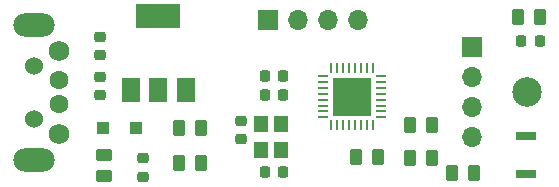
<source format=gbr>
G04 #@! TF.GenerationSoftware,KiCad,Pcbnew,6.0.4+dfsg-1*
G04 #@! TF.CreationDate,2022-03-26T10:07:46-04:00*
G04 #@! TF.ProjectId,PortaNet,506f7274-614e-4657-942e-6b696361645f,rev?*
G04 #@! TF.SameCoordinates,Original*
G04 #@! TF.FileFunction,Soldermask,Top*
G04 #@! TF.FilePolarity,Negative*
%FSLAX46Y46*%
G04 Gerber Fmt 4.6, Leading zero omitted, Abs format (unit mm)*
G04 Created by KiCad (PCBNEW 6.0.4+dfsg-1) date 2022-03-26 10:07:46*
%MOMM*%
%LPD*%
G01*
G04 APERTURE LIST*
G04 Aperture macros list*
%AMRoundRect*
0 Rectangle with rounded corners*
0 $1 Rounding radius*
0 $2 $3 $4 $5 $6 $7 $8 $9 X,Y pos of 4 corners*
0 Add a 4 corners polygon primitive as box body*
4,1,4,$2,$3,$4,$5,$6,$7,$8,$9,$2,$3,0*
0 Add four circle primitives for the rounded corners*
1,1,$1+$1,$2,$3*
1,1,$1+$1,$4,$5*
1,1,$1+$1,$6,$7*
1,1,$1+$1,$8,$9*
0 Add four rect primitives between the rounded corners*
20,1,$1+$1,$2,$3,$4,$5,0*
20,1,$1+$1,$4,$5,$6,$7,0*
20,1,$1+$1,$6,$7,$8,$9,0*
20,1,$1+$1,$8,$9,$2,$3,0*%
G04 Aperture macros list end*
%ADD10RoundRect,0.218750X0.218750X0.256250X-0.218750X0.256250X-0.218750X-0.256250X0.218750X-0.256250X0*%
%ADD11RoundRect,0.187500X0.687500X0.187500X-0.687500X0.187500X-0.687500X-0.187500X0.687500X-0.187500X0*%
%ADD12C,2.500000*%
%ADD13RoundRect,0.250000X-0.262500X-0.450000X0.262500X-0.450000X0.262500X0.450000X-0.262500X0.450000X0*%
%ADD14RoundRect,0.225000X0.225000X0.250000X-0.225000X0.250000X-0.225000X-0.250000X0.225000X-0.250000X0*%
%ADD15C,1.524000*%
%ADD16C,1.750000*%
%ADD17C,1.600000*%
%ADD18O,3.500000X2.000000*%
%ADD19RoundRect,0.250000X0.262500X0.450000X-0.262500X0.450000X-0.262500X-0.450000X0.262500X-0.450000X0*%
%ADD20RoundRect,0.062500X0.062500X-0.375000X0.062500X0.375000X-0.062500X0.375000X-0.062500X-0.375000X0*%
%ADD21RoundRect,0.062500X0.375000X-0.062500X0.375000X0.062500X-0.375000X0.062500X-0.375000X-0.062500X0*%
%ADD22R,3.300000X3.300000*%
%ADD23RoundRect,0.225000X-0.250000X0.225000X-0.250000X-0.225000X0.250000X-0.225000X0.250000X0.225000X0*%
%ADD24RoundRect,0.218750X0.256250X-0.218750X0.256250X0.218750X-0.256250X0.218750X-0.256250X-0.218750X0*%
%ADD25R,1.700000X1.700000*%
%ADD26O,1.700000X1.700000*%
%ADD27R,1.500000X2.000000*%
%ADD28R,3.800000X2.000000*%
%ADD29R,1.200000X1.400000*%
%ADD30RoundRect,0.250000X0.450000X-0.262500X0.450000X0.262500X-0.450000X0.262500X-0.450000X-0.262500X0*%
%ADD31RoundRect,0.225000X0.250000X-0.225000X0.250000X0.225000X-0.250000X0.225000X-0.250000X-0.225000X0*%
%ADD32R,1.100000X1.100000*%
G04 APERTURE END LIST*
D10*
X167284500Y-66802000D03*
X165709500Y-66802000D03*
D11*
X166089000Y-78041500D03*
X166089000Y-74841500D03*
D12*
X166243000Y-71120000D03*
D13*
X136755500Y-74168000D03*
X138580500Y-74168000D03*
D14*
X145555000Y-71374000D03*
X144005000Y-71374000D03*
D15*
X124460000Y-68870000D03*
X124460000Y-73370000D03*
D16*
X126560000Y-74620000D03*
D17*
X126560000Y-72120000D03*
X126560000Y-70120000D03*
D16*
X126560000Y-67620000D03*
D18*
X124460000Y-76820000D03*
X124460000Y-65420000D03*
D13*
X136755500Y-77089000D03*
X138580500Y-77089000D03*
D14*
X145555000Y-69723000D03*
X144005000Y-69723000D03*
D19*
X167282500Y-64770000D03*
X165457500Y-64770000D03*
X161694500Y-77978000D03*
X159869500Y-77978000D03*
D20*
X149634000Y-73938500D03*
X150134000Y-73938500D03*
X150634000Y-73938500D03*
X151134000Y-73938500D03*
X151634000Y-73938500D03*
X152134000Y-73938500D03*
X152634000Y-73938500D03*
X153134000Y-73938500D03*
D21*
X153821500Y-73251000D03*
X153821500Y-72751000D03*
X153821500Y-72251000D03*
X153821500Y-71751000D03*
X153821500Y-71251000D03*
X153821500Y-70751000D03*
X153821500Y-70251000D03*
X153821500Y-69751000D03*
D20*
X153134000Y-69063500D03*
X152634000Y-69063500D03*
X152134000Y-69063500D03*
X151634000Y-69063500D03*
X151134000Y-69063500D03*
X150634000Y-69063500D03*
X150134000Y-69063500D03*
X149634000Y-69063500D03*
D21*
X148946500Y-69751000D03*
X148946500Y-70251000D03*
X148946500Y-70751000D03*
X148946500Y-71251000D03*
X148946500Y-71751000D03*
X148946500Y-72251000D03*
X148946500Y-72751000D03*
X148946500Y-73251000D03*
D22*
X151384000Y-71501000D03*
D23*
X130048000Y-69837000D03*
X130048000Y-71387000D03*
D13*
X156313500Y-73914000D03*
X158138500Y-73914000D03*
D24*
X133731000Y-78257500D03*
X133731000Y-76682500D03*
D25*
X144287000Y-64999000D03*
D26*
X146827000Y-64999000D03*
X149367000Y-64999000D03*
X151907000Y-64999000D03*
D27*
X132701000Y-70968000D03*
X135001000Y-70968000D03*
D28*
X135001000Y-64668000D03*
D27*
X137301000Y-70968000D03*
D19*
X158138500Y-76708000D03*
X156313500Y-76708000D03*
D29*
X143676000Y-73830000D03*
X143676000Y-76030000D03*
X145376000Y-76030000D03*
X145376000Y-73830000D03*
D14*
X145555000Y-77851000D03*
X144005000Y-77851000D03*
D25*
X161544000Y-67310000D03*
D26*
X161544000Y-69850000D03*
X161544000Y-72390000D03*
X161544000Y-74930000D03*
D30*
X130429000Y-78255500D03*
X130429000Y-76430500D03*
D23*
X141986000Y-73520000D03*
X141986000Y-75070000D03*
D31*
X130048000Y-67958000D03*
X130048000Y-66408000D03*
D32*
X133099000Y-74168000D03*
X130299000Y-74168000D03*
D19*
X153566500Y-76581000D03*
X151741500Y-76581000D03*
M02*

</source>
